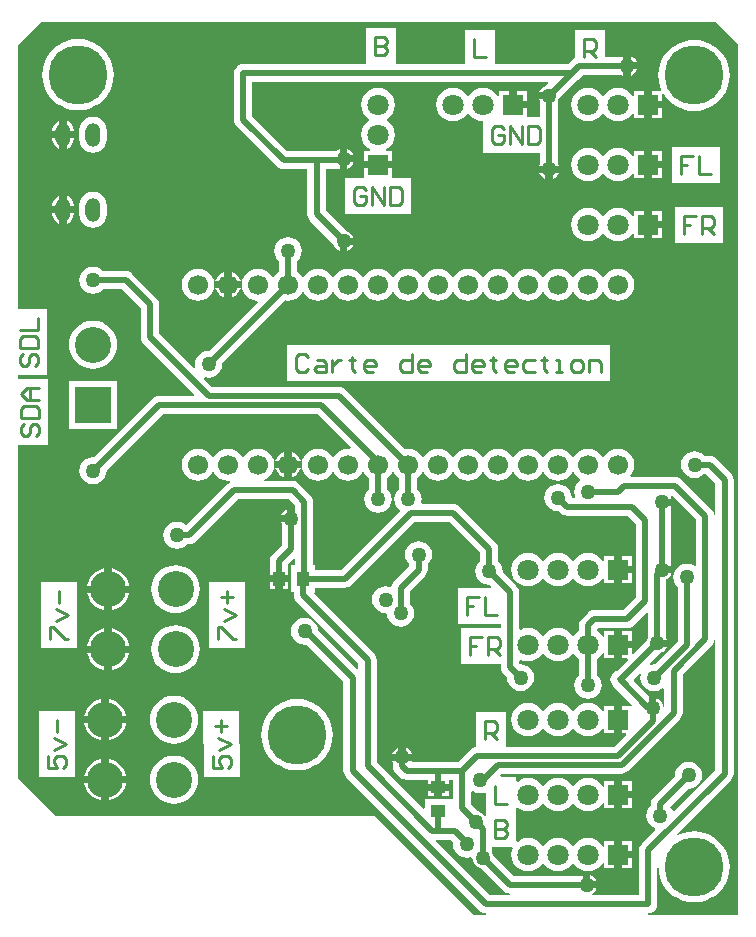
<source format=gtl>
G04 Layer_Physical_Order=1*
G04 Layer_Color=255*
%FSLAX24Y24*%
%MOIN*%
G70*
G01*
G75*
%ADD10R,0.0400X0.0500*%
%ADD11R,0.0500X0.0400*%
%ADD12C,0.0197*%
%ADD13C,0.0100*%
%ADD14C,0.1200*%
%ADD15C,0.1969*%
%ADD16C,0.0709*%
%ADD17R,0.0709X0.0709*%
%ADD18O,0.0500X0.0800*%
%ADD19R,0.0709X0.0709*%
%ADD20C,0.0669*%
%ADD21R,0.1200X0.1200*%
%ADD22C,0.0500*%
G36*
X18000Y40000D02*
Y11000D01*
X15011D01*
X15008Y11050D01*
X15078Y11059D01*
X15151Y11089D01*
X15213Y11137D01*
X15261Y11200D01*
X15291Y11272D01*
X15301Y11350D01*
Y12552D01*
X15351Y12554D01*
X15362Y12413D01*
X15406Y12231D01*
X15477Y12059D01*
X15574Y11900D01*
X15695Y11758D01*
X15837Y11637D01*
X15996Y11540D01*
X16168Y11469D01*
X16350Y11425D01*
X16535Y11411D01*
X16721Y11425D01*
X16903Y11469D01*
X17075Y11540D01*
X17234Y11637D01*
X17375Y11758D01*
X17496Y11900D01*
X17594Y12059D01*
X17665Y12231D01*
X17709Y12413D01*
X17723Y12598D01*
X17709Y12784D01*
X17665Y12966D01*
X17594Y13138D01*
X17496Y13297D01*
X17375Y13438D01*
X17234Y13559D01*
X17075Y13657D01*
X16903Y13728D01*
X16721Y13772D01*
X16535Y13786D01*
X16350Y13772D01*
X16168Y13728D01*
X16008Y13662D01*
X15980Y13704D01*
X17763Y15487D01*
X17811Y15549D01*
X17841Y15622D01*
X17851Y15700D01*
Y25500D01*
X17841Y25578D01*
X17811Y25650D01*
X17763Y25713D01*
X17263Y26213D01*
X17200Y26261D01*
X17128Y26291D01*
X17050Y26301D01*
X16886D01*
X16871Y26321D01*
X16777Y26393D01*
X16667Y26438D01*
X16550Y26454D01*
X16433Y26438D01*
X16323Y26393D01*
X16229Y26321D01*
X16157Y26227D01*
X16112Y26117D01*
X16096Y26000D01*
X16112Y25883D01*
X16157Y25773D01*
X16229Y25679D01*
X16323Y25607D01*
X16433Y25562D01*
X16550Y25546D01*
X16667Y25562D01*
X16777Y25607D01*
X16871Y25679D01*
X16879Y25690D01*
X16932Y25692D01*
X17249Y25375D01*
Y24318D01*
X17199Y24315D01*
X17191Y24378D01*
X17161Y24451D01*
X17113Y24513D01*
X16113Y25513D01*
X16050Y25561D01*
X15978Y25591D01*
X15900Y25601D01*
X14431D01*
X14406Y25651D01*
X14467Y25730D01*
X14521Y25860D01*
X14539Y26000D01*
X14521Y26140D01*
X14467Y26270D01*
X14381Y26381D01*
X14270Y26467D01*
X14140Y26521D01*
X14000Y26539D01*
X13860Y26521D01*
X13730Y26467D01*
X13619Y26381D01*
X13533Y26270D01*
X13525Y26250D01*
X13475D01*
X13467Y26270D01*
X13381Y26381D01*
X13270Y26467D01*
X13140Y26521D01*
X13000Y26539D01*
X12860Y26521D01*
X12730Y26467D01*
X12619Y26381D01*
X12533Y26270D01*
X12525Y26250D01*
X12475D01*
X12467Y26270D01*
X12381Y26381D01*
X12270Y26467D01*
X12140Y26521D01*
X12000Y26539D01*
X11860Y26521D01*
X11730Y26467D01*
X11619Y26381D01*
X11533Y26270D01*
X11525Y26250D01*
X11475D01*
X11467Y26270D01*
X11381Y26381D01*
X11270Y26467D01*
X11140Y26521D01*
X11000Y26539D01*
X10860Y26521D01*
X10730Y26467D01*
X10619Y26381D01*
X10533Y26270D01*
X10525Y26250D01*
X10475D01*
X10467Y26270D01*
X10381Y26381D01*
X10270Y26467D01*
X10140Y26521D01*
X10000Y26539D01*
X9860Y26521D01*
X9730Y26467D01*
X9619Y26381D01*
X9533Y26270D01*
X9525Y26250D01*
X9475D01*
X9467Y26270D01*
X9381Y26381D01*
X9270Y26467D01*
X9140Y26521D01*
X9000Y26539D01*
X8860Y26521D01*
X8730Y26467D01*
X8619Y26381D01*
X8533Y26270D01*
X8525Y26250D01*
X8475D01*
X8467Y26270D01*
X8381Y26381D01*
X8270Y26467D01*
X8140Y26521D01*
X8000Y26539D01*
X7860Y26521D01*
X7730Y26467D01*
X7619Y26381D01*
X7533Y26270D01*
X7525Y26250D01*
X7475D01*
X7467Y26270D01*
X7381Y26381D01*
X7270Y26467D01*
X7140Y26521D01*
X7000Y26539D01*
X6900Y26526D01*
X4916Y28510D01*
X4854Y28558D01*
X4781Y28588D01*
X4703Y28598D01*
X478D01*
X211Y28864D01*
X231Y28908D01*
X235Y28911D01*
X350Y28896D01*
X467Y28912D01*
X577Y28957D01*
X671Y29029D01*
X743Y29123D01*
X788Y29233D01*
X804Y29350D01*
X801Y29375D01*
X2900Y31474D01*
X3000Y31461D01*
X3140Y31479D01*
X3270Y31533D01*
X3381Y31619D01*
X3467Y31730D01*
X3475Y31750D01*
X3525D01*
X3533Y31730D01*
X3619Y31619D01*
X3730Y31533D01*
X3860Y31479D01*
X4000Y31461D01*
X4140Y31479D01*
X4270Y31533D01*
X4381Y31619D01*
X4467Y31730D01*
X4475Y31750D01*
X4525D01*
X4533Y31730D01*
X4619Y31619D01*
X4730Y31533D01*
X4860Y31479D01*
X5000Y31461D01*
X5140Y31479D01*
X5270Y31533D01*
X5381Y31619D01*
X5467Y31730D01*
X5475Y31750D01*
X5525D01*
X5533Y31730D01*
X5619Y31619D01*
X5730Y31533D01*
X5860Y31479D01*
X6000Y31461D01*
X6140Y31479D01*
X6270Y31533D01*
X6381Y31619D01*
X6467Y31730D01*
X6475Y31750D01*
X6525D01*
X6533Y31730D01*
X6619Y31619D01*
X6730Y31533D01*
X6860Y31479D01*
X7000Y31461D01*
X7140Y31479D01*
X7270Y31533D01*
X7381Y31619D01*
X7467Y31730D01*
X7475Y31750D01*
X7525D01*
X7533Y31730D01*
X7619Y31619D01*
X7730Y31533D01*
X7860Y31479D01*
X8000Y31461D01*
X8140Y31479D01*
X8270Y31533D01*
X8381Y31619D01*
X8467Y31730D01*
X8475Y31750D01*
X8525D01*
X8533Y31730D01*
X8619Y31619D01*
X8730Y31533D01*
X8860Y31479D01*
X9000Y31461D01*
X9140Y31479D01*
X9270Y31533D01*
X9381Y31619D01*
X9467Y31730D01*
X9475Y31750D01*
X9525D01*
X9533Y31730D01*
X9619Y31619D01*
X9730Y31533D01*
X9860Y31479D01*
X10000Y31461D01*
X10140Y31479D01*
X10270Y31533D01*
X10381Y31619D01*
X10467Y31730D01*
X10475Y31750D01*
X10525D01*
X10533Y31730D01*
X10619Y31619D01*
X10730Y31533D01*
X10860Y31479D01*
X11000Y31461D01*
X11140Y31479D01*
X11270Y31533D01*
X11381Y31619D01*
X11467Y31730D01*
X11475Y31750D01*
X11525D01*
X11533Y31730D01*
X11619Y31619D01*
X11730Y31533D01*
X11860Y31479D01*
X12000Y31461D01*
X12140Y31479D01*
X12270Y31533D01*
X12381Y31619D01*
X12467Y31730D01*
X12475Y31750D01*
X12525D01*
X12533Y31730D01*
X12619Y31619D01*
X12730Y31533D01*
X12860Y31479D01*
X13000Y31461D01*
X13140Y31479D01*
X13270Y31533D01*
X13381Y31619D01*
X13467Y31730D01*
X13475Y31750D01*
X13525D01*
X13533Y31730D01*
X13619Y31619D01*
X13730Y31533D01*
X13860Y31479D01*
X14000Y31461D01*
X14140Y31479D01*
X14270Y31533D01*
X14381Y31619D01*
X14467Y31730D01*
X14521Y31860D01*
X14539Y32000D01*
X14521Y32140D01*
X14467Y32270D01*
X14381Y32381D01*
X14270Y32467D01*
X14140Y32521D01*
X14000Y32539D01*
X13860Y32521D01*
X13730Y32467D01*
X13619Y32381D01*
X13533Y32270D01*
X13525Y32250D01*
X13475D01*
X13467Y32270D01*
X13381Y32381D01*
X13270Y32467D01*
X13140Y32521D01*
X13000Y32539D01*
X12860Y32521D01*
X12730Y32467D01*
X12619Y32381D01*
X12533Y32270D01*
X12525Y32250D01*
X12475D01*
X12467Y32270D01*
X12381Y32381D01*
X12270Y32467D01*
X12140Y32521D01*
X12000Y32539D01*
X11860Y32521D01*
X11730Y32467D01*
X11619Y32381D01*
X11533Y32270D01*
X11525Y32250D01*
X11475D01*
X11467Y32270D01*
X11381Y32381D01*
X11270Y32467D01*
X11140Y32521D01*
X11000Y32539D01*
X10860Y32521D01*
X10730Y32467D01*
X10619Y32381D01*
X10533Y32270D01*
X10525Y32250D01*
X10475D01*
X10467Y32270D01*
X10381Y32381D01*
X10270Y32467D01*
X10140Y32521D01*
X10000Y32539D01*
X9860Y32521D01*
X9730Y32467D01*
X9619Y32381D01*
X9533Y32270D01*
X9525Y32250D01*
X9475D01*
X9467Y32270D01*
X9381Y32381D01*
X9270Y32467D01*
X9140Y32521D01*
X9000Y32539D01*
X8860Y32521D01*
X8730Y32467D01*
X8619Y32381D01*
X8533Y32270D01*
X8525Y32250D01*
X8475D01*
X8467Y32270D01*
X8381Y32381D01*
X8270Y32467D01*
X8140Y32521D01*
X8000Y32539D01*
X7860Y32521D01*
X7730Y32467D01*
X7619Y32381D01*
X7533Y32270D01*
X7525Y32250D01*
X7475D01*
X7467Y32270D01*
X7381Y32381D01*
X7270Y32467D01*
X7140Y32521D01*
X7000Y32539D01*
X6860Y32521D01*
X6730Y32467D01*
X6619Y32381D01*
X6533Y32270D01*
X6525Y32250D01*
X6475D01*
X6467Y32270D01*
X6381Y32381D01*
X6270Y32467D01*
X6140Y32521D01*
X6000Y32539D01*
X5860Y32521D01*
X5730Y32467D01*
X5619Y32381D01*
X5533Y32270D01*
X5525Y32250D01*
X5475D01*
X5467Y32270D01*
X5381Y32381D01*
X5270Y32467D01*
X5140Y32521D01*
X5000Y32539D01*
X4860Y32521D01*
X4730Y32467D01*
X4619Y32381D01*
X4533Y32270D01*
X4525Y32250D01*
X4475D01*
X4467Y32270D01*
X4381Y32381D01*
X4270Y32467D01*
X4140Y32521D01*
X4000Y32539D01*
X3860Y32521D01*
X3730Y32467D01*
X3619Y32381D01*
X3533Y32270D01*
X3525Y32250D01*
X3475D01*
X3467Y32270D01*
X3381Y32381D01*
X3301Y32443D01*
Y32789D01*
X3321Y32804D01*
X3393Y32898D01*
X3438Y33008D01*
X3454Y33125D01*
X3438Y33242D01*
X3393Y33352D01*
X3321Y33446D01*
X3227Y33518D01*
X3117Y33563D01*
X3000Y33579D01*
X2883Y33563D01*
X2773Y33518D01*
X2679Y33446D01*
X2607Y33352D01*
X2562Y33242D01*
X2546Y33125D01*
X2562Y33008D01*
X2607Y32898D01*
X2679Y32804D01*
X2699Y32789D01*
Y32443D01*
X2619Y32381D01*
X2533Y32270D01*
X2525Y32250D01*
X2475D01*
X2467Y32270D01*
X2381Y32381D01*
X2270Y32467D01*
X2140Y32521D01*
X2000Y32539D01*
X1860Y32521D01*
X1730Y32467D01*
X1619Y32381D01*
X1533Y32270D01*
X1479Y32140D01*
X1475Y32107D01*
X1475D01*
X1461Y32000D01*
X1475Y31893D01*
X1475D01*
X1479Y31860D01*
X1533Y31730D01*
X1619Y31619D01*
X1730Y31533D01*
X1860Y31479D01*
X1969Y31465D01*
X1986Y31412D01*
X375Y29801D01*
X350Y29804D01*
X233Y29788D01*
X123Y29743D01*
X29Y29671D01*
X-43Y29577D01*
X-88Y29467D01*
X-104Y29350D01*
X-89Y29235D01*
X-92Y29231D01*
X-136Y29211D01*
X-1299Y30375D01*
Y31350D01*
X-1309Y31428D01*
X-1339Y31500D01*
X-1387Y31563D01*
X-2187Y32363D01*
X-2250Y32411D01*
X-2322Y32441D01*
X-2400Y32451D01*
X-3164D01*
X-3179Y32471D01*
X-3273Y32543D01*
X-3383Y32588D01*
X-3500Y32604D01*
X-3617Y32588D01*
X-3727Y32543D01*
X-3821Y32471D01*
X-3893Y32377D01*
X-3938Y32267D01*
X-3954Y32150D01*
X-3938Y32033D01*
X-3893Y31923D01*
X-3821Y31829D01*
X-3727Y31757D01*
X-3617Y31712D01*
X-3500Y31696D01*
X-3383Y31712D01*
X-3273Y31757D01*
X-3179Y31829D01*
X-3164Y31849D01*
X-2525D01*
X-1901Y31225D01*
Y30250D01*
X-1891Y30172D01*
X-1861Y30099D01*
X-1813Y30037D01*
X-123Y28347D01*
X-142Y28301D01*
X-1300D01*
X-1378Y28291D01*
X-1451Y28261D01*
X-1513Y28213D01*
X-3475Y26251D01*
X-3500Y26254D01*
X-3617Y26238D01*
X-3727Y26193D01*
X-3821Y26121D01*
X-3893Y26027D01*
X-3938Y25917D01*
X-3954Y25800D01*
X-3938Y25683D01*
X-3893Y25573D01*
X-3821Y25479D01*
X-3727Y25407D01*
X-3617Y25362D01*
X-3500Y25346D01*
X-3383Y25362D01*
X-3273Y25407D01*
X-3179Y25479D01*
X-3107Y25573D01*
X-3062Y25683D01*
X-3046Y25800D01*
X-3049Y25825D01*
X-1175Y27699D01*
X3975D01*
X5097Y26577D01*
X5074Y26530D01*
X5000Y26539D01*
X4860Y26521D01*
X4730Y26467D01*
X4619Y26381D01*
X4533Y26270D01*
X4525Y26250D01*
X4475D01*
X4467Y26270D01*
X4381Y26381D01*
X4270Y26467D01*
X4140Y26521D01*
X4000Y26539D01*
X3860Y26521D01*
X3730Y26467D01*
X3619Y26381D01*
X3533Y26270D01*
X3479Y26140D01*
X3475Y26107D01*
X3475D01*
X3461Y26000D01*
X3475Y25893D01*
X3475D01*
X3479Y25860D01*
X3533Y25730D01*
X3619Y25619D01*
X3730Y25533D01*
X3860Y25479D01*
X4000Y25461D01*
X4140Y25479D01*
X4270Y25533D01*
X4381Y25619D01*
X4467Y25730D01*
X4475Y25750D01*
X4525D01*
X4533Y25730D01*
X4619Y25619D01*
X4730Y25533D01*
X4860Y25479D01*
X5000Y25461D01*
X5140Y25479D01*
X5270Y25533D01*
X5381Y25619D01*
X5467Y25730D01*
X5475Y25750D01*
X5525D01*
X5533Y25730D01*
X5619Y25619D01*
X5699Y25557D01*
Y25186D01*
X5679Y25171D01*
X5607Y25077D01*
X5562Y24967D01*
X5546Y24850D01*
X5562Y24733D01*
X5607Y24623D01*
X5679Y24529D01*
X5773Y24457D01*
X5883Y24412D01*
X6000Y24396D01*
X6117Y24412D01*
X6227Y24457D01*
X6321Y24529D01*
X6393Y24623D01*
X6438Y24733D01*
X6454Y24850D01*
X6438Y24967D01*
X6393Y25077D01*
X6321Y25171D01*
X6301Y25186D01*
Y25557D01*
X6381Y25619D01*
X6467Y25730D01*
X6475Y25750D01*
X6525D01*
X6533Y25730D01*
X6619Y25619D01*
X6699Y25557D01*
Y25186D01*
X6679Y25171D01*
X6607Y25077D01*
X6562Y24967D01*
X6546Y24850D01*
X6562Y24733D01*
X6607Y24623D01*
X6679Y24529D01*
X6719Y24498D01*
X6723Y24448D01*
X4775Y22501D01*
X3900D01*
Y22650D01*
X3849D01*
Y24752D01*
X3839Y24829D01*
X3809Y24902D01*
X3761Y24964D01*
X3363Y25363D01*
X3300Y25411D01*
X3228Y25441D01*
X3150Y25451D01*
X2202D01*
X2192Y25501D01*
X2270Y25533D01*
X2381Y25619D01*
X2467Y25730D01*
X2521Y25860D01*
X2525Y25893D01*
X2525D01*
X2539Y26000D01*
X2525Y26107D01*
X2525D01*
X2521Y26140D01*
X2467Y26270D01*
X2381Y26381D01*
X2270Y26467D01*
X2140Y26521D01*
X2000Y26539D01*
X1860Y26521D01*
X1730Y26467D01*
X1619Y26381D01*
X1533Y26270D01*
X1525Y26250D01*
X1475D01*
X1467Y26270D01*
X1381Y26381D01*
X1270Y26467D01*
X1140Y26521D01*
X1000Y26539D01*
X860Y26521D01*
X730Y26467D01*
X619Y26381D01*
X533Y26270D01*
X525Y26250D01*
X475D01*
X467Y26270D01*
X381Y26381D01*
X270Y26467D01*
X140Y26521D01*
X0Y26539D01*
X-140Y26521D01*
X-270Y26467D01*
X-381Y26381D01*
X-467Y26270D01*
X-521Y26140D01*
X-539Y26000D01*
X-521Y25860D01*
X-467Y25730D01*
X-381Y25619D01*
X-270Y25533D01*
X-140Y25479D01*
X0Y25461D01*
X140Y25479D01*
X270Y25533D01*
X381Y25619D01*
X467Y25730D01*
X475Y25750D01*
X525D01*
X533Y25730D01*
X619Y25619D01*
X730Y25533D01*
X860Y25479D01*
X1000Y25461D01*
X1058Y25468D01*
X1071Y25420D01*
X1050Y25411D01*
X987Y25363D01*
X-394Y23982D01*
X-473Y24043D01*
X-583Y24088D01*
X-700Y24104D01*
X-817Y24088D01*
X-927Y24043D01*
X-1021Y23971D01*
X-1093Y23877D01*
X-1138Y23767D01*
X-1154Y23650D01*
X-1138Y23533D01*
X-1093Y23423D01*
X-1021Y23329D01*
X-927Y23257D01*
X-817Y23212D01*
X-700Y23196D01*
X-583Y23212D01*
X-473Y23257D01*
X-379Y23329D01*
X-364Y23349D01*
X-300D01*
X-222Y23359D01*
X-149Y23389D01*
X-87Y23437D01*
X1325Y24849D01*
X3025D01*
X3247Y24627D01*
Y24563D01*
X3220Y24544D01*
Y24200D01*
X3100D01*
Y24080D01*
X2771D01*
X2794Y24023D01*
X2799Y24017D01*
Y23325D01*
X2487Y23013D01*
X2439Y22950D01*
X2409Y22878D01*
X2399Y22800D01*
Y22320D01*
X3001D01*
Y22675D01*
X3201Y22876D01*
X3247Y22856D01*
Y22650D01*
X3100D01*
Y21750D01*
X3199D01*
Y21650D01*
X3209Y21572D01*
X3239Y21500D01*
X3287Y21437D01*
X5349Y19375D01*
Y19192D01*
X5303Y19173D01*
X4001Y20475D01*
X3988Y20567D01*
X3943Y20677D01*
X3871Y20771D01*
X3777Y20843D01*
X3667Y20888D01*
X3550Y20904D01*
X3433Y20888D01*
X3323Y20843D01*
X3229Y20771D01*
X3157Y20677D01*
X3112Y20567D01*
X3096Y20450D01*
X3112Y20333D01*
X3157Y20223D01*
X3229Y20129D01*
X3323Y20057D01*
X3433Y20012D01*
X3550Y19996D01*
X3619Y20005D01*
X4849Y18775D01*
Y15800D01*
X4859Y15722D01*
X4889Y15649D01*
X4937Y15587D01*
X9387Y11137D01*
X9449Y11089D01*
X9522Y11059D01*
X9592Y11050D01*
X9589Y11000D01*
X9200D01*
X5900Y14300D01*
X-4750D01*
X-6000Y15550D01*
Y26650D01*
X-5000D01*
Y28849D01*
X-6000D01*
Y29000D01*
X-5050D01*
Y31199D01*
X-6000D01*
Y40000D01*
X-5250Y40750D01*
X17250D01*
X18000Y40000D01*
D02*
G37*
G36*
X17249Y20162D02*
Y15825D01*
X15878Y14453D01*
X15819Y14465D01*
X15793Y14527D01*
X15732Y14606D01*
X16325Y15199D01*
X16350Y15196D01*
X16467Y15212D01*
X16577Y15257D01*
X16671Y15329D01*
X16743Y15423D01*
X16788Y15533D01*
X16804Y15650D01*
X16788Y15767D01*
X16743Y15877D01*
X16671Y15971D01*
X16577Y16043D01*
X16467Y16088D01*
X16350Y16104D01*
X16233Y16088D01*
X16123Y16043D01*
X16029Y15971D01*
X15957Y15877D01*
X15912Y15767D01*
X15896Y15650D01*
X15899Y15625D01*
X15187Y14913D01*
X15139Y14850D01*
X15109Y14778D01*
X15099Y14700D01*
Y14636D01*
X15079Y14621D01*
X15007Y14527D01*
X14962Y14417D01*
X14946Y14300D01*
X14962Y14183D01*
X15007Y14073D01*
X15079Y13979D01*
X15173Y13907D01*
X15235Y13881D01*
X15247Y13822D01*
X14787Y13363D01*
X14739Y13300D01*
X14709Y13228D01*
X14699Y13150D01*
Y11651D01*
X13149D01*
X13141Y11666D01*
X13135Y11701D01*
X13200Y11750D01*
X13256Y11823D01*
X13279Y11880D01*
X12950D01*
Y12000D01*
X12830D01*
Y12329D01*
X12773Y12306D01*
X12767Y12301D01*
X10525D01*
X9842Y12984D01*
X9841Y12991D01*
X9806Y13077D01*
X9801Y13083D01*
Y13250D01*
X10459D01*
X10486Y13208D01*
X10460Y13145D01*
X10441Y13000D01*
X10460Y12855D01*
X10516Y12720D01*
X10605Y12605D01*
X10720Y12516D01*
X10855Y12460D01*
X11000Y12441D01*
X11145Y12460D01*
X11280Y12516D01*
X11395Y12605D01*
X11470Y12701D01*
X11478Y12705D01*
X11522D01*
X11530Y12701D01*
X11605Y12605D01*
X11720Y12516D01*
X11855Y12460D01*
X12000Y12441D01*
X12145Y12460D01*
X12280Y12516D01*
X12395Y12605D01*
X12470Y12701D01*
X12478Y12705D01*
X12522D01*
X12530Y12701D01*
X12605Y12605D01*
X12720Y12516D01*
X12855Y12460D01*
X13000Y12441D01*
X13145Y12460D01*
X13280Y12516D01*
X13395Y12605D01*
X13484Y12720D01*
X13496Y12748D01*
X13546Y12738D01*
Y12546D01*
X13880D01*
Y13000D01*
Y13454D01*
X13546D01*
Y13262D01*
X13496Y13252D01*
X13484Y13280D01*
X13395Y13395D01*
X13280Y13484D01*
X13145Y13540D01*
X13000Y13559D01*
X12855Y13540D01*
X12720Y13484D01*
X12605Y13395D01*
X12530Y13299D01*
X12522Y13295D01*
X12478D01*
X12470Y13299D01*
X12395Y13395D01*
X12280Y13484D01*
X12145Y13540D01*
X12000Y13559D01*
X11855Y13540D01*
X11720Y13484D01*
X11605Y13395D01*
X11530Y13299D01*
X11522Y13295D01*
X11478D01*
X11470Y13299D01*
X11395Y13395D01*
X11280Y13484D01*
X11145Y13540D01*
X11000Y13559D01*
X10855Y13540D01*
X10720Y13484D01*
X10650Y13430D01*
X10600Y13455D01*
Y14400D01*
Y14545D01*
X10650Y14570D01*
X10720Y14516D01*
X10855Y14460D01*
X11000Y14441D01*
X11145Y14460D01*
X11280Y14516D01*
X11395Y14605D01*
X11470Y14701D01*
X11478Y14705D01*
X11522D01*
X11530Y14701D01*
X11605Y14605D01*
X11720Y14516D01*
X11855Y14460D01*
X12000Y14441D01*
X12145Y14460D01*
X12280Y14516D01*
X12395Y14605D01*
X12470Y14701D01*
X12478Y14705D01*
X12522D01*
X12530Y14701D01*
X12605Y14605D01*
X12720Y14516D01*
X12855Y14460D01*
X13000Y14441D01*
X13145Y14460D01*
X13280Y14516D01*
X13395Y14605D01*
X13484Y14720D01*
X13496Y14748D01*
X13546Y14738D01*
Y14546D01*
X13880D01*
Y15000D01*
Y15454D01*
X13546D01*
Y15262D01*
X13496Y15252D01*
X13484Y15280D01*
X13395Y15395D01*
X13280Y15484D01*
X13145Y15540D01*
X13000Y15559D01*
X12855Y15540D01*
X12720Y15484D01*
X12605Y15395D01*
X12530Y15299D01*
X12522Y15295D01*
X12478D01*
X12470Y15299D01*
X12395Y15395D01*
X12280Y15484D01*
X12145Y15540D01*
X12000Y15559D01*
X11855Y15540D01*
X11720Y15484D01*
X11605Y15395D01*
X11530Y15299D01*
X11522Y15295D01*
X11478D01*
X11470Y15299D01*
X11395Y15395D01*
X11280Y15484D01*
X11145Y15540D01*
X11000Y15559D01*
X10855Y15540D01*
X10720Y15484D01*
X10650Y15430D01*
X10600Y15455D01*
Y15600D01*
X10091D01*
X10072Y15646D01*
X10128Y15702D01*
X14123D01*
X14201Y15712D01*
X14273Y15742D01*
X14336Y15790D01*
X16063Y17517D01*
X16111Y17580D01*
X16141Y17652D01*
X16151Y17730D01*
Y19006D01*
X17113Y19967D01*
X17161Y20030D01*
X17191Y20102D01*
X17199Y20165D01*
X17249Y20162D01*
D02*
G37*
G36*
X14758Y19019D02*
X14761Y19015D01*
X14746Y18900D01*
X14762Y18783D01*
X14807Y18673D01*
X14879Y18579D01*
X14973Y18507D01*
X15083Y18462D01*
X15200Y18446D01*
X15317Y18462D01*
X15427Y18507D01*
X15499Y18562D01*
X15549Y18538D01*
Y17934D01*
X15499Y17931D01*
X15491Y17991D01*
X15456Y18077D01*
X15400Y18150D01*
X15327Y18206D01*
X15270Y18229D01*
Y17900D01*
X15030D01*
Y18296D01*
X14526Y18800D01*
Y18850D01*
X14714Y19039D01*
X14758Y19019D01*
D02*
G37*
G36*
X9399Y23075D02*
Y22786D01*
X9379Y22771D01*
X9307Y22677D01*
X9262Y22567D01*
X9246Y22450D01*
X9262Y22333D01*
X9307Y22223D01*
X9379Y22129D01*
X9473Y22057D01*
X9583Y22012D01*
X9700Y21996D01*
X9725Y21999D01*
X9778Y21946D01*
X9759Y21900D01*
X8650D01*
Y20700D01*
X10099D01*
Y20550D01*
X8750D01*
Y19350D01*
X10099D01*
Y19250D01*
X10109Y19172D01*
X10139Y19100D01*
X10187Y19037D01*
X10299Y18925D01*
X10296Y18900D01*
X10312Y18783D01*
X10357Y18673D01*
X10429Y18579D01*
X10523Y18507D01*
X10633Y18462D01*
X10750Y18446D01*
X10867Y18462D01*
X10977Y18507D01*
X11071Y18579D01*
X11143Y18673D01*
X11188Y18783D01*
X11204Y18900D01*
X11188Y19017D01*
X11143Y19127D01*
X11071Y19221D01*
X10977Y19293D01*
X10867Y19338D01*
X10750Y19354D01*
X10742Y19353D01*
X10701Y19390D01*
Y19470D01*
X10751Y19503D01*
X10855Y19460D01*
X11000Y19441D01*
X11145Y19460D01*
X11280Y19516D01*
X11395Y19605D01*
X11470Y19701D01*
X11478Y19705D01*
X11522D01*
X11530Y19701D01*
X11605Y19605D01*
X11720Y19516D01*
X11855Y19460D01*
X12000Y19441D01*
X12145Y19460D01*
X12280Y19516D01*
X12395Y19605D01*
X12470Y19701D01*
X12478Y19705D01*
X12522D01*
X12530Y19701D01*
X12605Y19605D01*
X12699Y19532D01*
Y18986D01*
X12679Y18971D01*
X12607Y18877D01*
X12562Y18767D01*
X12546Y18650D01*
X12562Y18533D01*
X12607Y18423D01*
X12679Y18329D01*
X12773Y18257D01*
X12883Y18212D01*
X13000Y18196D01*
X13117Y18212D01*
X13227Y18257D01*
X13321Y18329D01*
X13393Y18423D01*
X13438Y18533D01*
X13454Y18650D01*
X13438Y18767D01*
X13393Y18877D01*
X13321Y18971D01*
X13301Y18986D01*
Y19532D01*
X13395Y19605D01*
X13484Y19720D01*
X13496Y19748D01*
X13546Y19738D01*
Y19546D01*
X13880D01*
Y20000D01*
Y20454D01*
X13546D01*
Y20262D01*
X13496Y20252D01*
X13484Y20280D01*
X13395Y20395D01*
X13301Y20468D01*
Y20525D01*
X13325Y20549D01*
X14300D01*
X14378Y20559D01*
X14451Y20589D01*
X14513Y20637D01*
X14953Y21077D01*
X14999Y21058D01*
Y20233D01*
X14994Y20227D01*
X14959Y20141D01*
X14958Y20134D01*
X14501Y19676D01*
X14454Y19695D01*
Y19880D01*
X14120D01*
Y19546D01*
X14305D01*
X14324Y19499D01*
X13960Y19136D01*
X13900Y19111D01*
X13837Y19063D01*
X13789Y19001D01*
X13759Y18928D01*
X13749Y18850D01*
X13759Y18772D01*
X13789Y18700D01*
X13837Y18637D01*
X14481Y17993D01*
X14449Y17954D01*
X14120D01*
Y17500D01*
Y17046D01*
X14255D01*
X14274Y16999D01*
X13875Y16601D01*
X10250D01*
Y17750D01*
X9250D01*
Y16594D01*
X9222Y16591D01*
X9150Y16561D01*
X9087Y16513D01*
X8675Y16101D01*
X7162D01*
X7143Y16130D01*
X6471D01*
X6494Y16073D01*
X6499Y16067D01*
Y15950D01*
X6509Y15872D01*
X6539Y15799D01*
X6587Y15737D01*
X6737Y15587D01*
X6799Y15539D01*
X6872Y15509D01*
X6950Y15499D01*
X7650D01*
Y15370D01*
X8350D01*
Y15499D01*
X8499D01*
Y14852D01*
X8450Y14850D01*
X8450Y14850D01*
X8450Y14850D01*
X7550D01*
Y14541D01*
X7504Y14522D01*
X5951Y16075D01*
Y19500D01*
X5941Y19578D01*
X5911Y19650D01*
X5863Y19713D01*
X3872Y21704D01*
X3891Y21750D01*
X3900D01*
Y21899D01*
X4900D01*
X4978Y21909D01*
X5051Y21939D01*
X5113Y21987D01*
X7225Y24099D01*
X8375D01*
X9399Y23075D01*
D02*
G37*
G36*
X9173Y15107D02*
X9283Y15062D01*
X9400Y15046D01*
X9517Y15062D01*
X9558Y15079D01*
X9600Y15051D01*
Y14400D01*
Y14298D01*
X9578Y14287D01*
X9550Y14284D01*
X9500Y14350D01*
X9427Y14406D01*
X9341Y14441D01*
X9334Y14442D01*
X9101Y14675D01*
Y15106D01*
X9146Y15128D01*
X9173Y15107D01*
D02*
G37*
G36*
X16599Y24175D02*
Y22644D01*
X16554Y22622D01*
X16527Y22643D01*
X16417Y22688D01*
X16300Y22704D01*
X16183Y22688D01*
X16073Y22643D01*
X15979Y22571D01*
X15907Y22477D01*
X15862Y22367D01*
X15846Y22250D01*
X15862Y22133D01*
X15907Y22023D01*
X15979Y21929D01*
X15999Y21914D01*
Y20125D01*
X15225Y19351D01*
X15200Y19354D01*
X15085Y19339D01*
X15081Y19342D01*
X15061Y19386D01*
X15384Y19708D01*
X15391Y19709D01*
X15477Y19744D01*
X15550Y19800D01*
X15606Y19873D01*
X15629Y19930D01*
X15300D01*
Y20170D01*
X15629D01*
X15606Y20227D01*
X15601Y20233D01*
Y22184D01*
X15627Y22194D01*
X15700Y22250D01*
X15756Y22323D01*
X15779Y22380D01*
X15450D01*
Y22620D01*
X15779D01*
X15756Y22677D01*
X15751Y22683D01*
Y24567D01*
X15756Y24573D01*
X15779Y24630D01*
X15450D01*
Y24870D01*
X15779D01*
X15760Y24917D01*
X15770Y24950D01*
X15784Y24972D01*
X15800Y24974D01*
X16599Y24175D01*
D02*
G37*
G36*
X12533Y25730D02*
X12619Y25619D01*
X12730Y25533D01*
X12739Y25530D01*
X12746Y25472D01*
X12679Y25421D01*
X12607Y25327D01*
X12562Y25217D01*
X12546Y25100D01*
X12562Y24983D01*
X12578Y24943D01*
X12550Y24901D01*
X12454D01*
X12438Y25017D01*
X12393Y25127D01*
X12321Y25221D01*
X12227Y25293D01*
X12117Y25338D01*
X12000Y25354D01*
X11883Y25338D01*
X11773Y25293D01*
X11679Y25221D01*
X11607Y25127D01*
X11562Y25017D01*
X11546Y24900D01*
X11562Y24783D01*
X11607Y24673D01*
X11679Y24579D01*
X11773Y24507D01*
X11883Y24462D01*
X12000Y24446D01*
X12025Y24449D01*
X12087Y24387D01*
X12149Y24339D01*
X12222Y24309D01*
X12300Y24299D01*
X14325D01*
X14599Y24025D01*
Y21575D01*
X14175Y21151D01*
X13200D01*
X13122Y21141D01*
X13049Y21111D01*
X12987Y21063D01*
X12787Y20863D01*
X12739Y20800D01*
X12709Y20728D01*
X12699Y20650D01*
Y20468D01*
X12605Y20395D01*
X12530Y20299D01*
X12522Y20295D01*
X12478D01*
X12470Y20299D01*
X12395Y20395D01*
X12280Y20484D01*
X12145Y20540D01*
X12000Y20559D01*
X11855Y20540D01*
X11720Y20484D01*
X11605Y20395D01*
X11530Y20299D01*
X11522Y20295D01*
X11478D01*
X11470Y20299D01*
X11395Y20395D01*
X11280Y20484D01*
X11145Y20540D01*
X11000Y20559D01*
X10855Y20540D01*
X10751Y20497D01*
X10701Y20530D01*
Y21750D01*
X10691Y21828D01*
X10661Y21900D01*
X10613Y21963D01*
X10151Y22425D01*
X10154Y22450D01*
X10138Y22567D01*
X10093Y22677D01*
X10021Y22771D01*
X10001Y22786D01*
Y23200D01*
X9991Y23278D01*
X9961Y23351D01*
X9913Y23413D01*
X8713Y24613D01*
X8651Y24661D01*
X8578Y24691D01*
X8500Y24701D01*
X7474D01*
X7441Y24751D01*
X7454Y24850D01*
X7438Y24967D01*
X7393Y25077D01*
X7321Y25171D01*
X7301Y25186D01*
Y25557D01*
X7381Y25619D01*
X7467Y25730D01*
X7475Y25750D01*
X7525D01*
X7533Y25730D01*
X7619Y25619D01*
X7730Y25533D01*
X7860Y25479D01*
X8000Y25461D01*
X8140Y25479D01*
X8270Y25533D01*
X8381Y25619D01*
X8467Y25730D01*
X8475Y25750D01*
X8525D01*
X8533Y25730D01*
X8619Y25619D01*
X8730Y25533D01*
X8860Y25479D01*
X9000Y25461D01*
X9140Y25479D01*
X9270Y25533D01*
X9381Y25619D01*
X9467Y25730D01*
X9475Y25750D01*
X9525D01*
X9533Y25730D01*
X9619Y25619D01*
X9730Y25533D01*
X9860Y25479D01*
X10000Y25461D01*
X10140Y25479D01*
X10270Y25533D01*
X10381Y25619D01*
X10467Y25730D01*
X10475Y25750D01*
X10525D01*
X10533Y25730D01*
X10619Y25619D01*
X10730Y25533D01*
X10860Y25479D01*
X11000Y25461D01*
X11140Y25479D01*
X11270Y25533D01*
X11381Y25619D01*
X11467Y25730D01*
X11475Y25750D01*
X11525D01*
X11533Y25730D01*
X11619Y25619D01*
X11730Y25533D01*
X11860Y25479D01*
X12000Y25461D01*
X12140Y25479D01*
X12270Y25533D01*
X12381Y25619D01*
X12467Y25730D01*
X12475Y25750D01*
X12525D01*
X12533Y25730D01*
D02*
G37*
G36*
X8505Y13419D02*
X8496Y13350D01*
X8512Y13233D01*
X8557Y13123D01*
X8629Y13029D01*
X8723Y12957D01*
X8833Y12912D01*
X8950Y12896D01*
X9067Y12912D01*
X9107Y12928D01*
X9148Y12891D01*
X9159Y12809D01*
X9194Y12723D01*
X9250Y12650D01*
X9323Y12594D01*
X9409Y12559D01*
X9416Y12558D01*
X10187Y11787D01*
X10250Y11739D01*
X10322Y11709D01*
X10385Y11701D01*
X10382Y11651D01*
X9725D01*
X7923Y13453D01*
X7942Y13499D01*
X8425D01*
X8505Y13419D01*
D02*
G37*
%LPC*%
G36*
X-3120Y20542D02*
X-3137Y20540D01*
X-3269Y20500D01*
X-3391Y20435D01*
X-3497Y20347D01*
X-3585Y20241D01*
X-3650Y20119D01*
X-3690Y19987D01*
X-3692Y19970D01*
X-3120D01*
Y20542D01*
D02*
G37*
G36*
X14454Y20454D02*
X14120D01*
Y20120D01*
X14454D01*
Y20454D01*
D02*
G37*
G36*
X-2880Y20542D02*
Y19970D01*
X-2308D01*
X-2310Y19987D01*
X-2350Y20119D01*
X-2415Y20241D01*
X-2503Y20347D01*
X-2609Y20435D01*
X-2731Y20500D01*
X-2863Y20540D01*
X-2880Y20542D01*
D02*
G37*
G36*
X1550Y22099D02*
X350D01*
Y19900D01*
X1550D01*
Y22099D01*
D02*
G37*
G36*
X-3120Y19730D02*
X-3692D01*
X-3690Y19713D01*
X-3650Y19581D01*
X-3585Y19459D01*
X-3497Y19353D01*
X-3391Y19265D01*
X-3269Y19200D01*
X-3137Y19160D01*
X-3120Y19158D01*
Y19730D01*
D02*
G37*
G36*
X-750Y20654D02*
X-907Y20638D01*
X-1058Y20593D01*
X-1197Y20518D01*
X-1318Y20418D01*
X-1418Y20297D01*
X-1493Y20158D01*
X-1538Y20007D01*
X-1554Y19850D01*
X-1538Y19693D01*
X-1493Y19542D01*
X-1418Y19403D01*
X-1318Y19282D01*
X-1197Y19182D01*
X-1058Y19107D01*
X-907Y19062D01*
X-750Y19046D01*
X-593Y19062D01*
X-442Y19107D01*
X-303Y19182D01*
X-182Y19282D01*
X-82Y19403D01*
X-7Y19542D01*
X38Y19693D01*
X54Y19850D01*
X38Y20007D01*
X-7Y20158D01*
X-82Y20297D01*
X-182Y20418D01*
X-303Y20518D01*
X-442Y20593D01*
X-593Y20638D01*
X-750Y20654D01*
D02*
G37*
G36*
X-4050Y22099D02*
X-5250D01*
Y19900D01*
X-4050D01*
Y22099D01*
D02*
G37*
G36*
X-2308Y19730D02*
X-2880D01*
Y19158D01*
X-2863Y19160D01*
X-2731Y19200D01*
X-2609Y19265D01*
X-2503Y19353D01*
X-2415Y19459D01*
X-2350Y19581D01*
X-2310Y19713D01*
X-2308Y19730D01*
D02*
G37*
G36*
X7350Y23454D02*
X7233Y23438D01*
X7123Y23393D01*
X7029Y23321D01*
X6957Y23227D01*
X6912Y23117D01*
X6896Y23000D01*
X6912Y22883D01*
X6957Y22773D01*
X7029Y22679D01*
X7040Y22671D01*
X7042Y22618D01*
X6537Y22113D01*
X6489Y22050D01*
X6459Y21978D01*
X6455Y21945D01*
X6412Y21920D01*
X6367Y21938D01*
X6250Y21954D01*
X6133Y21938D01*
X6023Y21893D01*
X5929Y21821D01*
X5857Y21727D01*
X5812Y21617D01*
X5796Y21500D01*
X5812Y21383D01*
X5857Y21273D01*
X5929Y21179D01*
X6023Y21107D01*
X6133Y21062D01*
X6250Y21046D01*
X6302Y21003D01*
X6312Y20933D01*
X6357Y20823D01*
X6429Y20729D01*
X6523Y20657D01*
X6633Y20612D01*
X6750Y20596D01*
X6867Y20612D01*
X6977Y20657D01*
X7071Y20729D01*
X7143Y20823D01*
X7188Y20933D01*
X7204Y21050D01*
X7188Y21167D01*
X7143Y21277D01*
X7071Y21371D01*
X7051Y21386D01*
Y21775D01*
X7563Y22287D01*
X7611Y22350D01*
X7641Y22422D01*
X7651Y22500D01*
Y22664D01*
X7671Y22679D01*
X7743Y22773D01*
X7788Y22883D01*
X7804Y23000D01*
X7788Y23117D01*
X7743Y23227D01*
X7671Y23321D01*
X7577Y23393D01*
X7467Y23438D01*
X7350Y23454D01*
D02*
G37*
G36*
X3000Y22080D02*
X2820D01*
Y21850D01*
X3000D01*
Y22080D01*
D02*
G37*
G36*
X-3120Y22542D02*
X-3137Y22540D01*
X-3269Y22500D01*
X-3391Y22435D01*
X-3497Y22347D01*
X-3585Y22241D01*
X-3650Y22119D01*
X-3690Y21987D01*
X-3692Y21970D01*
X-3120D01*
Y22542D01*
D02*
G37*
G36*
X14454Y22380D02*
X14120D01*
Y22046D01*
X14454D01*
Y22380D01*
D02*
G37*
G36*
X-2880Y22542D02*
Y21970D01*
X-2308D01*
X-2310Y21987D01*
X-2350Y22119D01*
X-2415Y22241D01*
X-2503Y22347D01*
X-2609Y22435D01*
X-2731Y22500D01*
X-2863Y22540D01*
X-2880Y22542D01*
D02*
G37*
G36*
X-3120Y21730D02*
X-3692D01*
X-3690Y21713D01*
X-3650Y21581D01*
X-3585Y21459D01*
X-3497Y21353D01*
X-3391Y21265D01*
X-3269Y21200D01*
X-3137Y21160D01*
X-3120Y21158D01*
Y21730D01*
D02*
G37*
G36*
X-750Y22654D02*
X-907Y22638D01*
X-1058Y22593D01*
X-1197Y22518D01*
X-1318Y22418D01*
X-1418Y22297D01*
X-1493Y22158D01*
X-1538Y22007D01*
X-1554Y21850D01*
X-1538Y21693D01*
X-1493Y21542D01*
X-1418Y21403D01*
X-1318Y21282D01*
X-1197Y21182D01*
X-1058Y21107D01*
X-907Y21062D01*
X-750Y21046D01*
X-593Y21062D01*
X-442Y21107D01*
X-303Y21182D01*
X-182Y21282D01*
X-82Y21403D01*
X-7Y21542D01*
X38Y21693D01*
X54Y21850D01*
X38Y22007D01*
X-7Y22158D01*
X-82Y22297D01*
X-182Y22418D01*
X-303Y22518D01*
X-442Y22593D01*
X-593Y22638D01*
X-750Y22654D01*
D02*
G37*
G36*
X14454Y22954D02*
X14120D01*
Y22620D01*
X14454D01*
Y22954D01*
D02*
G37*
G36*
X2580Y22080D02*
X2400D01*
Y21850D01*
X2580D01*
Y22080D01*
D02*
G37*
G36*
X-2308Y21730D02*
X-2880D01*
Y21158D01*
X-2863Y21160D01*
X-2731Y21200D01*
X-2609Y21265D01*
X-2503Y21353D01*
X-2415Y21459D01*
X-2350Y21581D01*
X-2310Y21713D01*
X-2308Y21730D01*
D02*
G37*
G36*
X7880Y15130D02*
X7650D01*
Y14950D01*
X7880D01*
Y15130D01*
D02*
G37*
G36*
X-2408Y15380D02*
X-2980D01*
Y14808D01*
X-2963Y14810D01*
X-2831Y14850D01*
X-2709Y14915D01*
X-2603Y15003D01*
X-2515Y15109D01*
X-2450Y15231D01*
X-2410Y15363D01*
X-2408Y15380D01*
D02*
G37*
G36*
X8350Y15130D02*
X8120D01*
Y14950D01*
X8350D01*
Y15130D01*
D02*
G37*
G36*
X1365Y17805D02*
X166Y17783D01*
X206Y15584D01*
X1405Y15606D01*
X1365Y17805D01*
D02*
G37*
G36*
X14454Y15454D02*
X14120D01*
Y15120D01*
X14454D01*
Y15454D01*
D02*
G37*
G36*
X-3220Y15380D02*
X-3792D01*
X-3790Y15363D01*
X-3750Y15231D01*
X-3685Y15109D01*
X-3597Y15003D01*
X-3491Y14915D01*
X-3369Y14850D01*
X-3237Y14810D01*
X-3220Y14808D01*
Y15380D01*
D02*
G37*
G36*
X14454Y12880D02*
X14120D01*
Y12546D01*
X14454D01*
Y12880D01*
D02*
G37*
G36*
X13070Y12329D02*
Y12120D01*
X13279D01*
X13256Y12177D01*
X13200Y12250D01*
X13127Y12306D01*
X13070Y12329D01*
D02*
G37*
G36*
X14454Y13454D02*
X14120D01*
Y13120D01*
X14454D01*
Y13454D01*
D02*
G37*
G36*
X-800Y16304D02*
X-957Y16288D01*
X-1108Y16243D01*
X-1247Y16168D01*
X-1368Y16068D01*
X-1468Y15947D01*
X-1543Y15808D01*
X-1588Y15657D01*
X-1604Y15500D01*
X-1588Y15343D01*
X-1543Y15192D01*
X-1468Y15053D01*
X-1368Y14932D01*
X-1247Y14832D01*
X-1108Y14757D01*
X-957Y14712D01*
X-800Y14696D01*
X-643Y14712D01*
X-492Y14757D01*
X-353Y14832D01*
X-232Y14932D01*
X-132Y15053D01*
X-57Y15192D01*
X-12Y15343D01*
X4Y15500D01*
X-12Y15657D01*
X-57Y15808D01*
X-132Y15947D01*
X-232Y16068D01*
X-353Y16168D01*
X-492Y16243D01*
X-643Y16288D01*
X-800Y16304D01*
D02*
G37*
G36*
X14454Y14880D02*
X14120D01*
Y14546D01*
X14454D01*
Y14880D01*
D02*
G37*
G36*
X-4100Y17801D02*
X-5300D01*
Y15602D01*
X-4100D01*
Y17801D01*
D02*
G37*
G36*
X-2408Y17380D02*
X-2980D01*
Y16808D01*
X-2963Y16810D01*
X-2831Y16850D01*
X-2709Y16915D01*
X-2603Y17003D01*
X-2515Y17109D01*
X-2450Y17231D01*
X-2410Y17363D01*
X-2408Y17380D01*
D02*
G37*
G36*
X-3220D02*
X-3792D01*
X-3790Y17363D01*
X-3750Y17231D01*
X-3685Y17109D01*
X-3597Y17003D01*
X-3491Y16915D01*
X-3369Y16850D01*
X-3237Y16810D01*
X-3220Y16808D01*
Y17380D01*
D02*
G37*
G36*
Y18192D02*
X-3237Y18190D01*
X-3369Y18150D01*
X-3491Y18085D01*
X-3597Y17997D01*
X-3685Y17891D01*
X-3750Y17769D01*
X-3790Y17637D01*
X-3792Y17620D01*
X-3220D01*
Y18192D01*
D02*
G37*
G36*
X13000Y18059D02*
X12855Y18040D01*
X12720Y17984D01*
X12605Y17895D01*
X12530Y17799D01*
X12522Y17795D01*
X12478D01*
X12470Y17799D01*
X12395Y17895D01*
X12280Y17984D01*
X12145Y18040D01*
X12000Y18059D01*
X11855Y18040D01*
X11720Y17984D01*
X11605Y17895D01*
X11530Y17799D01*
X11522Y17795D01*
X11478D01*
X11470Y17799D01*
X11395Y17895D01*
X11280Y17984D01*
X11145Y18040D01*
X11000Y18059D01*
X10855Y18040D01*
X10720Y17984D01*
X10605Y17895D01*
X10516Y17780D01*
X10460Y17645D01*
X10441Y17500D01*
X10460Y17355D01*
X10516Y17220D01*
X10605Y17105D01*
X10720Y17016D01*
X10855Y16960D01*
X11000Y16941D01*
X11145Y16960D01*
X11280Y17016D01*
X11395Y17105D01*
X11470Y17201D01*
X11478Y17205D01*
X11522D01*
X11530Y17201D01*
X11605Y17105D01*
X11720Y17016D01*
X11855Y16960D01*
X12000Y16941D01*
X12145Y16960D01*
X12280Y17016D01*
X12395Y17105D01*
X12470Y17201D01*
X12478Y17205D01*
X12522D01*
X12530Y17201D01*
X12605Y17105D01*
X12720Y17016D01*
X12855Y16960D01*
X13000Y16941D01*
X13145Y16960D01*
X13280Y17016D01*
X13395Y17105D01*
X13484Y17220D01*
X13496Y17248D01*
X13546Y17238D01*
Y17046D01*
X13880D01*
Y17500D01*
Y17954D01*
X13546D01*
Y17762D01*
X13496Y17752D01*
X13484Y17780D01*
X13395Y17895D01*
X13280Y17984D01*
X13145Y18040D01*
X13000Y18059D01*
D02*
G37*
G36*
X-2980Y18192D02*
Y17620D01*
X-2408D01*
X-2410Y17637D01*
X-2450Y17769D01*
X-2515Y17891D01*
X-2603Y17997D01*
X-2709Y18085D01*
X-2831Y18150D01*
X-2963Y18190D01*
X-2980Y18192D01*
D02*
G37*
G36*
X-800Y18304D02*
X-957Y18288D01*
X-1108Y18243D01*
X-1247Y18168D01*
X-1368Y18068D01*
X-1468Y17947D01*
X-1543Y17808D01*
X-1588Y17657D01*
X-1604Y17500D01*
X-1588Y17343D01*
X-1543Y17192D01*
X-1468Y17053D01*
X-1368Y16932D01*
X-1247Y16832D01*
X-1108Y16757D01*
X-957Y16712D01*
X-800Y16696D01*
X-643Y16712D01*
X-492Y16757D01*
X-353Y16832D01*
X-232Y16932D01*
X-132Y17053D01*
X-57Y17192D01*
X-12Y17343D01*
X4Y17500D01*
X-12Y17657D01*
X-57Y17808D01*
X-132Y17947D01*
X-232Y18068D01*
X-353Y18168D01*
X-492Y18243D01*
X-643Y18288D01*
X-800Y18304D01*
D02*
G37*
G36*
X-2980Y16192D02*
Y15620D01*
X-2408D01*
X-2410Y15637D01*
X-2450Y15769D01*
X-2515Y15891D01*
X-2603Y15997D01*
X-2709Y16085D01*
X-2831Y16150D01*
X-2963Y16190D01*
X-2980Y16192D01*
D02*
G37*
G36*
X-3220D02*
X-3237Y16190D01*
X-3369Y16150D01*
X-3491Y16085D01*
X-3597Y15997D01*
X-3685Y15891D01*
X-3750Y15769D01*
X-3790Y15637D01*
X-3792Y15620D01*
X-3220D01*
Y16192D01*
D02*
G37*
G36*
X3300Y18188D02*
X3114Y18173D01*
X2933Y18130D01*
X2761Y18058D01*
X2602Y17961D01*
X2460Y17840D01*
X2339Y17698D01*
X2242Y17539D01*
X2170Y17367D01*
X2127Y17186D01*
X2112Y17000D01*
X2127Y16814D01*
X2170Y16633D01*
X2242Y16461D01*
X2339Y16302D01*
X2460Y16160D01*
X2602Y16039D01*
X2761Y15942D01*
X2933Y15870D01*
X3114Y15827D01*
X3300Y15812D01*
X3486Y15827D01*
X3667Y15870D01*
X3839Y15942D01*
X3998Y16039D01*
X4140Y16160D01*
X4261Y16302D01*
X4358Y16461D01*
X4430Y16633D01*
X4473Y16814D01*
X4488Y17000D01*
X4473Y17186D01*
X4430Y17367D01*
X4358Y17539D01*
X4261Y17698D01*
X4140Y17840D01*
X3998Y17961D01*
X3839Y18058D01*
X3667Y18130D01*
X3486Y18173D01*
X3300Y18188D01*
D02*
G37*
G36*
X6920Y16579D02*
Y16370D01*
X7129D01*
X7106Y16427D01*
X7050Y16500D01*
X6977Y16556D01*
X6920Y16579D01*
D02*
G37*
G36*
X6680D02*
X6623Y16556D01*
X6550Y16500D01*
X6494Y16427D01*
X6471Y16370D01*
X6680D01*
Y16579D01*
D02*
G37*
G36*
X15454Y36454D02*
X15120D01*
Y36120D01*
X15454D01*
Y36454D01*
D02*
G37*
G36*
X6000Y38559D02*
X5855Y38540D01*
X5720Y38484D01*
X5605Y38395D01*
X5516Y38280D01*
X5460Y38145D01*
X5441Y38000D01*
X5460Y37855D01*
X5516Y37720D01*
X5605Y37605D01*
X5701Y37530D01*
X5705Y37522D01*
Y37478D01*
X5701Y37470D01*
X5605Y37395D01*
X5516Y37280D01*
X5460Y37145D01*
X5441Y37000D01*
X5460Y36855D01*
X5516Y36720D01*
X5605Y36605D01*
X5720Y36516D01*
X5748Y36504D01*
X5738Y36454D01*
X5546D01*
Y36120D01*
X6454D01*
Y36454D01*
X6262D01*
X6252Y36504D01*
X6280Y36516D01*
X6395Y36605D01*
X6484Y36720D01*
X6540Y36855D01*
X6559Y37000D01*
X6540Y37145D01*
X6484Y37280D01*
X6395Y37395D01*
X6299Y37470D01*
X6295Y37478D01*
Y37522D01*
X6299Y37530D01*
X6395Y37605D01*
X6484Y37720D01*
X6540Y37855D01*
X6559Y38000D01*
X6540Y38145D01*
X6484Y38280D01*
X6395Y38395D01*
X6280Y38484D01*
X6145Y38540D01*
X6000Y38559D01*
D02*
G37*
G36*
X14000Y36559D02*
X13855Y36540D01*
X13720Y36484D01*
X13605Y36395D01*
X13530Y36299D01*
X13522Y36295D01*
X13478D01*
X13470Y36299D01*
X13395Y36395D01*
X13280Y36484D01*
X13145Y36540D01*
X13000Y36559D01*
X12855Y36540D01*
X12720Y36484D01*
X12605Y36395D01*
X12516Y36280D01*
X12460Y36145D01*
X12441Y36000D01*
X12460Y35855D01*
X12516Y35720D01*
X12605Y35605D01*
X12720Y35516D01*
X12855Y35460D01*
X13000Y35441D01*
X13145Y35460D01*
X13280Y35516D01*
X13395Y35605D01*
X13470Y35701D01*
X13478Y35705D01*
X13522D01*
X13530Y35701D01*
X13605Y35605D01*
X13720Y35516D01*
X13855Y35460D01*
X14000Y35441D01*
X14145Y35460D01*
X14280Y35516D01*
X14395Y35605D01*
X14484Y35720D01*
X14496Y35748D01*
X14546Y35738D01*
Y35546D01*
X14880D01*
Y36000D01*
Y36454D01*
X14546D01*
Y36262D01*
X14496Y36252D01*
X14484Y36280D01*
X14395Y36395D01*
X14280Y36484D01*
X14145Y36540D01*
X14000Y36559D01*
D02*
G37*
G36*
X-3500Y37604D02*
X-3617Y37588D01*
X-3727Y37543D01*
X-3821Y37471D01*
X-3893Y37377D01*
X-3938Y37267D01*
X-3954Y37150D01*
Y36850D01*
X-3938Y36733D01*
X-3893Y36623D01*
X-3821Y36529D01*
X-3727Y36457D01*
X-3617Y36412D01*
X-3500Y36396D01*
X-3383Y36412D01*
X-3273Y36457D01*
X-3179Y36529D01*
X-3107Y36623D01*
X-3062Y36733D01*
X-3046Y36850D01*
Y37150D01*
X-3062Y37267D01*
X-3107Y37377D01*
X-3179Y37471D01*
X-3273Y37543D01*
X-3383Y37588D01*
X-3500Y37604D01*
D02*
G37*
G36*
X4970Y36529D02*
Y36320D01*
X5179D01*
X5156Y36377D01*
X5100Y36450D01*
X5027Y36506D01*
X4970Y36529D01*
D02*
G37*
G36*
X5179Y36080D02*
X4970D01*
Y35871D01*
X5027Y35894D01*
X5100Y35950D01*
X5156Y36023D01*
X5179Y36080D01*
D02*
G37*
G36*
X17400Y36600D02*
X15800D01*
Y35400D01*
X17400D01*
Y36600D01*
D02*
G37*
G36*
X-4380Y34979D02*
Y34620D01*
X-4147D01*
Y34650D01*
X-4159Y34741D01*
X-4194Y34827D01*
X-4250Y34900D01*
X-4323Y34956D01*
X-4380Y34979D01*
D02*
G37*
G36*
X11580Y35730D02*
X11371D01*
X11394Y35673D01*
X11450Y35600D01*
X11523Y35544D01*
X11580Y35521D01*
Y35730D01*
D02*
G37*
G36*
X15454Y35880D02*
X15120D01*
Y35546D01*
X15454D01*
Y35880D01*
D02*
G37*
G36*
X12029Y35730D02*
X11820D01*
Y35521D01*
X11877Y35544D01*
X11950Y35600D01*
X12006Y35673D01*
X12029Y35730D01*
D02*
G37*
G36*
X-4620Y36880D02*
X-4853D01*
Y36850D01*
X-4841Y36759D01*
X-4806Y36673D01*
X-4750Y36600D01*
X-4677Y36544D01*
X-4620Y36521D01*
Y36880D01*
D02*
G37*
G36*
X14000Y38559D02*
X13855Y38540D01*
X13720Y38484D01*
X13605Y38395D01*
X13530Y38299D01*
X13522Y38295D01*
X13478D01*
X13470Y38299D01*
X13395Y38395D01*
X13280Y38484D01*
X13145Y38540D01*
X13000Y38559D01*
X12855Y38540D01*
X12720Y38484D01*
X12605Y38395D01*
X12516Y38280D01*
X12460Y38145D01*
X12441Y38000D01*
X12460Y37855D01*
X12516Y37720D01*
X12605Y37605D01*
X12720Y37516D01*
X12855Y37460D01*
X13000Y37441D01*
X13145Y37460D01*
X13280Y37516D01*
X13395Y37605D01*
X13470Y37701D01*
X13478Y37705D01*
X13522D01*
X13530Y37701D01*
X13605Y37605D01*
X13720Y37516D01*
X13855Y37460D01*
X14000Y37441D01*
X14145Y37460D01*
X14280Y37516D01*
X14395Y37605D01*
X14484Y37720D01*
X14496Y37748D01*
X14546Y37738D01*
Y37546D01*
X14880D01*
Y38000D01*
Y38454D01*
X14546D01*
Y38262D01*
X14496Y38252D01*
X14484Y38280D01*
X14395Y38395D01*
X14280Y38484D01*
X14145Y38540D01*
X14000Y38559D01*
D02*
G37*
G36*
X10954Y38454D02*
X10620D01*
Y38120D01*
X10954D01*
Y38454D01*
D02*
G37*
G36*
X6600Y40550D02*
X5600D01*
Y39351D01*
X1500D01*
X1422Y39341D01*
X1349Y39311D01*
X1287Y39263D01*
X1239Y39200D01*
X1209Y39128D01*
X1199Y39050D01*
Y37500D01*
X1209Y37422D01*
X1239Y37350D01*
X1287Y37287D01*
X2637Y35937D01*
X2700Y35889D01*
X2772Y35859D01*
X2850Y35849D01*
X3649D01*
Y34350D01*
X3659Y34272D01*
X3689Y34200D01*
X3737Y34137D01*
X4508Y33366D01*
X4509Y33359D01*
X4544Y33273D01*
X4600Y33200D01*
X4673Y33144D01*
X4730Y33121D01*
Y33450D01*
X4850D01*
Y33570D01*
X5179D01*
X5156Y33627D01*
X5100Y33700D01*
X5027Y33756D01*
X4941Y33791D01*
X4934Y33792D01*
X4251Y34475D01*
Y35849D01*
X4730D01*
Y36200D01*
Y36529D01*
X4673Y36506D01*
X4602Y36451D01*
X2975D01*
X1801Y37625D01*
Y38749D01*
X11658D01*
X11677Y38703D01*
X11616Y38642D01*
X11609Y38641D01*
X11523Y38606D01*
X11450Y38550D01*
X11394Y38477D01*
X11371Y38420D01*
X11700D01*
Y38180D01*
X11371D01*
X11394Y38123D01*
X11399Y38117D01*
Y37600D01*
X10954D01*
Y37880D01*
X10500D01*
Y38000D01*
X10380D01*
Y38454D01*
X10046D01*
Y38262D01*
X9996Y38252D01*
X9984Y38280D01*
X9895Y38395D01*
X9780Y38484D01*
X9645Y38540D01*
X9500Y38559D01*
X9355Y38540D01*
X9220Y38484D01*
X9105Y38395D01*
X9030Y38299D01*
X9022Y38295D01*
X8978D01*
X8970Y38299D01*
X8895Y38395D01*
X8780Y38484D01*
X8645Y38540D01*
X8500Y38559D01*
X8355Y38540D01*
X8220Y38484D01*
X8105Y38395D01*
X8016Y38280D01*
X7960Y38145D01*
X7941Y38000D01*
X7960Y37855D01*
X8016Y37720D01*
X8105Y37605D01*
X8220Y37516D01*
X8355Y37460D01*
X8500Y37441D01*
X8645Y37460D01*
X8780Y37516D01*
X8895Y37605D01*
X8970Y37701D01*
X8978Y37705D01*
X9022D01*
X9030Y37701D01*
X9105Y37605D01*
X9220Y37516D01*
X9355Y37460D01*
X9500Y37441D01*
Y36400D01*
X11399D01*
Y36033D01*
X11394Y36027D01*
X11371Y35970D01*
X12029D01*
X12006Y36027D01*
X12001Y36033D01*
Y38117D01*
X12006Y38123D01*
X12041Y38209D01*
X12042Y38216D01*
X12663Y38837D01*
X12825Y38999D01*
X14117D01*
X14123Y38994D01*
X14180Y38971D01*
Y39300D01*
Y39629D01*
X14123Y39606D01*
X14117Y39601D01*
X13550D01*
Y40500D01*
X12550D01*
Y39561D01*
X12550Y39561D01*
X12487Y39513D01*
X12325Y39351D01*
X9900D01*
Y40500D01*
X8900D01*
Y39351D01*
X6600D01*
Y40550D01*
D02*
G37*
G36*
X14420Y39629D02*
Y39420D01*
X14629D01*
X14606Y39477D01*
X14550Y39550D01*
X14477Y39606D01*
X14420Y39629D01*
D02*
G37*
G36*
X14629Y39180D02*
X14420D01*
Y38971D01*
X14477Y38994D01*
X14550Y39050D01*
X14606Y39123D01*
X14629Y39180D01*
D02*
G37*
G36*
X-4000Y40188D02*
X-4186Y40173D01*
X-4367Y40130D01*
X-4539Y40058D01*
X-4698Y39961D01*
X-4840Y39840D01*
X-4961Y39698D01*
X-5058Y39539D01*
X-5130Y39367D01*
X-5173Y39186D01*
X-5188Y39000D01*
X-5173Y38814D01*
X-5130Y38633D01*
X-5058Y38461D01*
X-4961Y38302D01*
X-4840Y38160D01*
X-4698Y38039D01*
X-4539Y37942D01*
X-4367Y37870D01*
X-4186Y37827D01*
X-4000Y37812D01*
X-3814Y37827D01*
X-3633Y37870D01*
X-3461Y37942D01*
X-3302Y38039D01*
X-3160Y38160D01*
X-3039Y38302D01*
X-2942Y38461D01*
X-2870Y38633D01*
X-2827Y38814D01*
X-2812Y39000D01*
X-2827Y39186D01*
X-2870Y39367D01*
X-2942Y39539D01*
X-3039Y39698D01*
X-3160Y39840D01*
X-3302Y39961D01*
X-3461Y40058D01*
X-3633Y40130D01*
X-3814Y40173D01*
X-4000Y40188D01*
D02*
G37*
G36*
X-4620Y37479D02*
X-4677Y37456D01*
X-4750Y37400D01*
X-4806Y37327D01*
X-4841Y37241D01*
X-4853Y37150D01*
Y37120D01*
X-4620D01*
Y37479D01*
D02*
G37*
G36*
X-4147Y36880D02*
X-4380D01*
Y36521D01*
X-4323Y36544D01*
X-4250Y36600D01*
X-4194Y36673D01*
X-4159Y36759D01*
X-4147Y36850D01*
Y36880D01*
D02*
G37*
G36*
X-4380Y37479D02*
Y37120D01*
X-4147D01*
Y37150D01*
X-4159Y37241D01*
X-4194Y37327D01*
X-4250Y37400D01*
X-4323Y37456D01*
X-4380Y37479D01*
D02*
G37*
G36*
X16535Y40164D02*
X16350Y40150D01*
X16168Y40106D01*
X15996Y40035D01*
X15837Y39937D01*
X15695Y39816D01*
X15574Y39675D01*
X15477Y39516D01*
X15406Y39343D01*
X15362Y39162D01*
X15348Y38976D01*
X15362Y38791D01*
X15406Y38609D01*
X15449Y38504D01*
X15416Y38454D01*
X15120D01*
Y38120D01*
X15454D01*
Y38378D01*
X15504Y38392D01*
X15574Y38278D01*
X15695Y38136D01*
X15837Y38015D01*
X15996Y37918D01*
X16168Y37847D01*
X16350Y37803D01*
X16535Y37788D01*
X16721Y37803D01*
X16903Y37847D01*
X17075Y37918D01*
X17234Y38015D01*
X17375Y38136D01*
X17496Y38278D01*
X17594Y38437D01*
X17665Y38609D01*
X17709Y38791D01*
X17723Y38976D01*
X17709Y39162D01*
X17665Y39343D01*
X17594Y39516D01*
X17496Y39675D01*
X17375Y39816D01*
X17234Y39937D01*
X17075Y40035D01*
X16903Y40106D01*
X16721Y40150D01*
X16535Y40164D01*
D02*
G37*
G36*
X15454Y37880D02*
X15120D01*
Y37546D01*
X15454D01*
Y37880D01*
D02*
G37*
G36*
X-4620Y34979D02*
X-4677Y34956D01*
X-4750Y34900D01*
X-4806Y34827D01*
X-4841Y34741D01*
X-4853Y34650D01*
Y34620D01*
X-4620D01*
Y34979D01*
D02*
G37*
G36*
X13747Y30000D02*
X2950D01*
Y28800D01*
X13747D01*
Y30000D01*
D02*
G37*
G36*
X-2700Y28800D02*
X-4300D01*
Y27200D01*
X-2700D01*
Y28800D01*
D02*
G37*
G36*
X-3500Y30804D02*
X-3657Y30788D01*
X-3808Y30743D01*
X-3947Y30668D01*
X-4068Y30568D01*
X-4168Y30447D01*
X-4243Y30308D01*
X-4288Y30157D01*
X-4304Y30000D01*
X-4288Y29843D01*
X-4243Y29692D01*
X-4168Y29553D01*
X-4068Y29432D01*
X-3947Y29332D01*
X-3808Y29257D01*
X-3657Y29212D01*
X-3500Y29196D01*
X-3343Y29212D01*
X-3192Y29257D01*
X-3053Y29332D01*
X-2932Y29432D01*
X-2832Y29553D01*
X-2757Y29692D01*
X-2712Y29843D01*
X-2696Y30000D01*
X-2712Y30157D01*
X-2757Y30308D01*
X-2832Y30447D01*
X-2932Y30568D01*
X-3053Y30668D01*
X-3192Y30743D01*
X-3343Y30788D01*
X-3500Y30804D01*
D02*
G37*
G36*
X1421Y31880D02*
X1120D01*
Y31579D01*
X1219Y31620D01*
X1310Y31690D01*
X1380Y31781D01*
X1421Y31880D01*
D02*
G37*
G36*
X880D02*
X579D01*
X620Y31781D01*
X690Y31690D01*
X781Y31620D01*
X880Y31579D01*
Y31880D01*
D02*
G37*
G36*
X3120Y26421D02*
Y26120D01*
X3421D01*
X3380Y26219D01*
X3310Y26310D01*
X3219Y26380D01*
X3120Y26421D01*
D02*
G37*
G36*
X2980Y24529D02*
X2923Y24506D01*
X2850Y24450D01*
X2794Y24377D01*
X2771Y24320D01*
X2980D01*
Y24529D01*
D02*
G37*
G36*
X13000Y23059D02*
X12855Y23040D01*
X12720Y22984D01*
X12605Y22895D01*
X12530Y22799D01*
X12522Y22795D01*
X12478D01*
X12470Y22799D01*
X12395Y22895D01*
X12280Y22984D01*
X12145Y23040D01*
X12000Y23059D01*
X11855Y23040D01*
X11720Y22984D01*
X11605Y22895D01*
X11530Y22799D01*
X11522Y22795D01*
X11478D01*
X11470Y22799D01*
X11395Y22895D01*
X11280Y22984D01*
X11145Y23040D01*
X11000Y23059D01*
X10855Y23040D01*
X10720Y22984D01*
X10605Y22895D01*
X10516Y22780D01*
X10460Y22645D01*
X10441Y22500D01*
X10460Y22355D01*
X10516Y22220D01*
X10605Y22105D01*
X10720Y22016D01*
X10855Y21960D01*
X11000Y21941D01*
X11145Y21960D01*
X11280Y22016D01*
X11395Y22105D01*
X11470Y22201D01*
X11478Y22205D01*
X11522D01*
X11530Y22201D01*
X11605Y22105D01*
X11720Y22016D01*
X11855Y21960D01*
X12000Y21941D01*
X12145Y21960D01*
X12280Y22016D01*
X12395Y22105D01*
X12470Y22201D01*
X12478Y22205D01*
X12522D01*
X12530Y22201D01*
X12605Y22105D01*
X12720Y22016D01*
X12855Y21960D01*
X13000Y21941D01*
X13145Y21960D01*
X13280Y22016D01*
X13395Y22105D01*
X13484Y22220D01*
X13496Y22248D01*
X13546Y22238D01*
Y22046D01*
X13880D01*
Y22500D01*
Y22954D01*
X13546D01*
Y22762D01*
X13496Y22752D01*
X13484Y22780D01*
X13395Y22895D01*
X13280Y22984D01*
X13145Y23040D01*
X13000Y23059D01*
D02*
G37*
G36*
X2880Y25880D02*
X2579D01*
X2620Y25781D01*
X2690Y25690D01*
X2781Y25620D01*
X2880Y25579D01*
Y25880D01*
D02*
G37*
G36*
Y26421D02*
X2781Y26380D01*
X2690Y26310D01*
X2620Y26219D01*
X2579Y26120D01*
X2880D01*
Y26421D01*
D02*
G37*
G36*
X3421Y25880D02*
X3120D01*
Y25579D01*
X3219Y25620D01*
X3310Y25690D01*
X3380Y25781D01*
X3421Y25880D01*
D02*
G37*
G36*
X0Y32539D02*
X-140Y32521D01*
X-270Y32467D01*
X-381Y32381D01*
X-467Y32270D01*
X-521Y32140D01*
X-539Y32000D01*
X-521Y31860D01*
X-467Y31730D01*
X-381Y31619D01*
X-270Y31533D01*
X-140Y31479D01*
X0Y31461D01*
X140Y31479D01*
X270Y31533D01*
X381Y31619D01*
X467Y31730D01*
X521Y31860D01*
X525Y31893D01*
X525D01*
X539Y32000D01*
X525Y32107D01*
X525D01*
X521Y32140D01*
X467Y32270D01*
X381Y32381D01*
X270Y32467D01*
X140Y32521D01*
X0Y32539D01*
D02*
G37*
G36*
X-4147Y34380D02*
X-4380D01*
Y34021D01*
X-4323Y34044D01*
X-4250Y34100D01*
X-4194Y34173D01*
X-4159Y34259D01*
X-4147Y34350D01*
Y34380D01*
D02*
G37*
G36*
X-4620D02*
X-4853D01*
Y34350D01*
X-4841Y34259D01*
X-4806Y34173D01*
X-4750Y34100D01*
X-4677Y34044D01*
X-4620Y34021D01*
Y34380D01*
D02*
G37*
G36*
X15454Y34454D02*
X15120D01*
Y34120D01*
X15454D01*
Y34454D01*
D02*
G37*
G36*
X6454Y35880D02*
X5546D01*
Y35550D01*
X4900D01*
Y34350D01*
X7099D01*
Y35550D01*
X6454D01*
Y35880D01*
D02*
G37*
G36*
X14000Y34559D02*
X13855Y34540D01*
X13720Y34484D01*
X13605Y34395D01*
X13530Y34299D01*
X13522Y34295D01*
X13478D01*
X13470Y34299D01*
X13395Y34395D01*
X13280Y34484D01*
X13145Y34540D01*
X13000Y34559D01*
X12855Y34540D01*
X12720Y34484D01*
X12605Y34395D01*
X12516Y34280D01*
X12460Y34145D01*
X12441Y34000D01*
X12460Y33855D01*
X12516Y33720D01*
X12605Y33605D01*
X12720Y33516D01*
X12855Y33460D01*
X13000Y33441D01*
X13145Y33460D01*
X13280Y33516D01*
X13395Y33605D01*
X13470Y33701D01*
X13478Y33705D01*
X13522D01*
X13530Y33701D01*
X13605Y33605D01*
X13720Y33516D01*
X13855Y33460D01*
X14000Y33441D01*
X14145Y33460D01*
X14280Y33516D01*
X14395Y33605D01*
X14484Y33720D01*
X14496Y33748D01*
X14546Y33738D01*
Y33546D01*
X14880D01*
Y34000D01*
Y34454D01*
X14546D01*
Y34262D01*
X14496Y34252D01*
X14484Y34280D01*
X14395Y34395D01*
X14280Y34484D01*
X14145Y34540D01*
X14000Y34559D01*
D02*
G37*
G36*
X-3500Y35104D02*
X-3617Y35088D01*
X-3727Y35043D01*
X-3821Y34971D01*
X-3893Y34877D01*
X-3938Y34767D01*
X-3954Y34650D01*
Y34350D01*
X-3938Y34233D01*
X-3893Y34123D01*
X-3821Y34029D01*
X-3727Y33957D01*
X-3617Y33912D01*
X-3500Y33896D01*
X-3383Y33912D01*
X-3273Y33957D01*
X-3179Y34029D01*
X-3107Y34123D01*
X-3062Y34233D01*
X-3046Y34350D01*
Y34650D01*
X-3062Y34767D01*
X-3107Y34877D01*
X-3179Y34971D01*
X-3273Y35043D01*
X-3383Y35088D01*
X-3500Y35104D01*
D02*
G37*
G36*
X1120Y32421D02*
Y32120D01*
X1421D01*
X1380Y32219D01*
X1310Y32310D01*
X1219Y32380D01*
X1120Y32421D01*
D02*
G37*
G36*
X880D02*
X781Y32380D01*
X690Y32310D01*
X620Y32219D01*
X579Y32120D01*
X880D01*
Y32421D01*
D02*
G37*
G36*
X5179Y33330D02*
X4970D01*
Y33121D01*
X5027Y33144D01*
X5100Y33200D01*
X5156Y33273D01*
X5179Y33330D01*
D02*
G37*
G36*
X15454Y33880D02*
X15120D01*
Y33546D01*
X15454D01*
Y33880D01*
D02*
G37*
G36*
X17500Y34600D02*
X15900D01*
Y33400D01*
X17500D01*
Y34600D01*
D02*
G37*
%LPD*%
G54D10*
X3500Y22200D02*
D03*
X2700D02*
D03*
G54D11*
X8000Y15250D02*
D03*
Y14450D02*
D03*
G54D12*
X3500Y20550D02*
X5150Y18900D01*
Y15800D02*
Y18900D01*
Y15800D02*
X9600Y11350D01*
X15000D01*
Y13150D01*
X17550Y15700D01*
Y25500D01*
X17050Y26000D02*
X17550Y25500D01*
X16550Y26000D02*
X17050D01*
X6750Y21050D02*
Y21900D01*
X7350Y22500D01*
Y23000D01*
X-3500Y32150D02*
X-2400D01*
X-1600Y31350D01*
Y30250D02*
Y31350D01*
Y30250D02*
X353Y28297D01*
X4703D01*
X7000Y26000D01*
Y24850D02*
Y26000D01*
X6000D02*
Y26100D01*
Y24850D02*
Y26000D01*
X-3500Y25800D02*
X-1300Y28000D01*
X4100D01*
X6000Y26100D01*
X14000Y25100D02*
X14200Y25300D01*
X13000Y25100D02*
X14000D01*
X14200Y25300D02*
X15900D01*
X16900Y24300D01*
Y20180D02*
Y24300D01*
X15850Y19130D02*
X16900Y20180D01*
X15850Y17730D02*
Y19130D01*
X14123Y16003D02*
X15850Y17730D01*
X10003Y16003D02*
X14123D01*
X9500Y15500D02*
X10003Y16003D01*
X9400Y15500D02*
X9500D01*
X13000Y20000D02*
Y20650D01*
Y18650D02*
Y20000D01*
Y20650D02*
X13200Y20850D01*
X14300D01*
X14900Y21450D01*
Y24150D01*
X14450Y24600D02*
X14900Y24150D01*
X12300Y24600D02*
X14450D01*
X12000Y24900D02*
X12300Y24600D01*
X7950Y15800D02*
X8800D01*
X6950D02*
X7950D01*
X8000Y15750D01*
Y15250D02*
Y15750D01*
Y13800D02*
X8550D01*
X7800D02*
X8000D01*
Y14450D01*
X1500Y39050D02*
X12450D01*
X15450Y22500D02*
Y24750D01*
X-700Y23650D02*
X-300D01*
X1200Y25150D02*
X3150D01*
X-300Y23650D02*
X1200Y25150D01*
X15300Y22350D02*
X15450Y22500D01*
X15300Y20050D02*
Y22350D01*
X14100Y18850D02*
X15300Y20050D01*
X14000Y16300D02*
X15150Y17450D01*
Y17900D01*
X15000D02*
X15150D01*
X14050Y18850D02*
X15000Y17900D01*
X14050Y18850D02*
X14100D01*
X9500Y12900D02*
X10400Y12000D01*
X12950D01*
X9250Y14100D02*
X9500Y13850D01*
Y12900D02*
Y13850D01*
X1500Y37500D02*
Y39050D01*
X4800Y36150D02*
X4850Y36200D01*
X3950Y36150D02*
X4800D01*
X2850D02*
X3950D01*
Y34350D02*
X4850Y33450D01*
X3950Y34350D02*
Y36150D01*
X1500Y37500D02*
X2850Y36150D01*
X12450Y39050D02*
X12700Y39300D01*
X11700Y38300D02*
X12450Y39050D01*
X12700Y39300D02*
X14300D01*
X11700Y35850D02*
Y38300D01*
X8800Y14550D02*
X9250Y14100D01*
X8800Y14550D02*
Y15800D01*
X3150Y25150D02*
X3548Y24752D01*
Y22248D02*
Y24752D01*
X3500Y22200D02*
X3548Y22248D01*
X3100Y23200D02*
Y24200D01*
X2700Y22800D02*
X3100Y23200D01*
X2700Y22200D02*
Y22800D01*
X3000Y32000D02*
Y33125D01*
X350Y29350D02*
X3000Y32000D01*
X15400Y14700D02*
X16350Y15650D01*
X15400Y14300D02*
Y14700D01*
X6800Y15950D02*
Y16250D01*
Y15950D02*
X6950Y15800D01*
X8800D02*
X9300Y16300D01*
X14000D01*
X16300Y20000D02*
Y22250D01*
X15200Y18900D02*
X16300Y20000D01*
X10400Y19250D02*
X10750Y18900D01*
X10400Y19250D02*
Y21750D01*
X9700Y22450D02*
X10400Y21750D01*
X9700Y22450D02*
Y23200D01*
X8500Y24400D02*
X9700Y23200D01*
X7100Y24400D02*
X8500D01*
X4900Y22200D02*
X7100Y24400D01*
X3500Y22200D02*
X4900D01*
X3500Y21650D02*
Y22200D01*
Y21650D02*
X5650Y19500D01*
Y15950D02*
Y19500D01*
Y15950D02*
X7800Y13800D01*
X8550D02*
X8900Y13450D01*
X8950D01*
G54D13*
X493Y16289D02*
X500Y15889D01*
X800Y15895D01*
X697Y16093D01*
X695Y16193D01*
X793Y16294D01*
X993Y16298D01*
X1095Y16200D01*
X1098Y16000D01*
X1000Y15898D01*
X689Y16492D02*
X1085Y16700D01*
X682Y16892D01*
X778Y17094D02*
X771Y17494D01*
X575Y17290D02*
X975Y17298D01*
X-5000Y16301D02*
Y15902D01*
X-4700D01*
X-4800Y16101D01*
Y16201D01*
X-4700Y16301D01*
X-4500D01*
X-4400Y16201D01*
Y16002D01*
X-4500Y15902D01*
X-4800Y16501D02*
X-4400Y16701D01*
X-4800Y16901D01*
X-4700Y17101D02*
Y17501D01*
X650Y20200D02*
Y20600D01*
X750D01*
X1150Y20200D01*
X1250D01*
X850Y20800D02*
X1250Y21000D01*
X850Y21200D01*
X950Y21400D02*
Y21799D01*
X750Y21600D02*
X1150D01*
X-4950Y20200D02*
Y20600D01*
X-4850D01*
X-4450Y20200D01*
X-4350D01*
X-4750Y20800D02*
X-4350Y21000D01*
X-4750Y21200D01*
X-4650Y21400D02*
Y21799D01*
X-5850Y29700D02*
X-5950Y29600D01*
Y29400D01*
X-5850Y29300D01*
X-5750D01*
X-5650Y29400D01*
Y29600D01*
X-5550Y29700D01*
X-5450D01*
X-5350Y29600D01*
Y29400D01*
X-5450Y29300D01*
X-5950Y29900D02*
X-5350D01*
Y30200D01*
X-5450Y30300D01*
X-5850D01*
X-5950Y30200D01*
Y29900D01*
Y30500D02*
X-5350D01*
Y30899D01*
X-5800Y27350D02*
X-5900Y27250D01*
Y27050D01*
X-5800Y26950D01*
X-5700D01*
X-5600Y27050D01*
Y27250D01*
X-5500Y27350D01*
X-5400D01*
X-5300Y27250D01*
Y27050D01*
X-5400Y26950D01*
X-5900Y27550D02*
X-5300D01*
Y27850D01*
X-5400Y27950D01*
X-5800D01*
X-5900Y27850D01*
Y27550D01*
X-5300Y28150D02*
X-5700D01*
X-5900Y28350D01*
X-5700Y28549D01*
X-5300D01*
X-5600D01*
Y28150D01*
X10200Y37200D02*
X10100Y37300D01*
X9900D01*
X9800Y37200D01*
Y36800D01*
X9900Y36700D01*
X10100D01*
X10200Y36800D01*
Y37000D01*
X10000D01*
X10400Y36700D02*
Y37300D01*
X10800Y36700D01*
Y37300D01*
X11000D02*
Y36700D01*
X11300D01*
X11399Y36800D01*
Y37200D01*
X11300Y37300D01*
X11000D01*
X5600Y35150D02*
X5500Y35250D01*
X5300D01*
X5200Y35150D01*
Y34750D01*
X5300Y34650D01*
X5500D01*
X5600Y34750D01*
Y34950D01*
X5400D01*
X5800Y34650D02*
Y35250D01*
X6200Y34650D01*
Y35250D01*
X6400D02*
Y34650D01*
X6700D01*
X6799Y34750D01*
Y35150D01*
X6700Y35250D01*
X6400D01*
X9900Y14150D02*
Y13550D01*
X10200D01*
X10300Y13650D01*
Y13750D01*
X10200Y13850D01*
X9900D01*
X10200D01*
X10300Y13950D01*
Y14050D01*
X10200Y14150D01*
X9900D01*
Y15300D02*
Y14700D01*
X10300D01*
X9550Y16850D02*
Y17450D01*
X9850D01*
X9950Y17350D01*
Y17150D01*
X9850Y17050D01*
X9550D01*
X9750D02*
X9950Y16850D01*
X9450Y20250D02*
X9050D01*
Y19950D01*
X9250D01*
X9050D01*
Y19650D01*
X9650D02*
Y20250D01*
X9950D01*
X10050Y20150D01*
Y19950D01*
X9950Y19850D01*
X9650D01*
X9850D02*
X10050Y19650D01*
X9350Y21600D02*
X8950D01*
Y21300D01*
X9150D01*
X8950D01*
Y21000D01*
X9550Y21600D02*
Y21000D01*
X9950D01*
X5900Y40250D02*
Y39650D01*
X6200D01*
X6300Y39750D01*
Y39850D01*
X6200Y39950D01*
X5900D01*
X6200D01*
X6300Y40050D01*
Y40150D01*
X6200Y40250D01*
X5900D01*
X9200Y40200D02*
Y39600D01*
X9600D01*
X12850D02*
Y40200D01*
X13150D01*
X13250Y40100D01*
Y39900D01*
X13150Y39800D01*
X12850D01*
X13050D02*
X13250Y39600D01*
X16500Y36300D02*
X16100D01*
Y36000D01*
X16300D01*
X16100D01*
Y35700D01*
X16700Y36300D02*
Y35700D01*
X17100D01*
X16600Y34300D02*
X16200D01*
Y34000D01*
X16400D01*
X16200D01*
Y33700D01*
X16800D02*
Y34300D01*
X17100D01*
X17200Y34200D01*
Y34000D01*
X17100Y33900D01*
X16800D01*
X17000D02*
X17200Y33700D01*
X3650Y29600D02*
X3550Y29700D01*
X3350D01*
X3250Y29600D01*
Y29200D01*
X3350Y29100D01*
X3550D01*
X3650Y29200D01*
X3950Y29500D02*
X4150D01*
X4250Y29400D01*
Y29100D01*
X3950D01*
X3850Y29200D01*
X3950Y29300D01*
X4250D01*
X4450Y29500D02*
Y29100D01*
Y29300D01*
X4550Y29400D01*
X4650Y29500D01*
X4750D01*
X5149Y29600D02*
Y29500D01*
X5049D01*
X5249D01*
X5149D01*
Y29200D01*
X5249Y29100D01*
X5849D02*
X5649D01*
X5549Y29200D01*
Y29400D01*
X5649Y29500D01*
X5849D01*
X5949Y29400D01*
Y29300D01*
X5549D01*
X7149Y29700D02*
Y29100D01*
X6849D01*
X6749Y29200D01*
Y29400D01*
X6849Y29500D01*
X7149D01*
X7649Y29100D02*
X7449D01*
X7349Y29200D01*
Y29400D01*
X7449Y29500D01*
X7649D01*
X7749Y29400D01*
Y29300D01*
X7349D01*
X8948Y29700D02*
Y29100D01*
X8648D01*
X8548Y29200D01*
Y29400D01*
X8648Y29500D01*
X8948D01*
X9448Y29100D02*
X9248D01*
X9148Y29200D01*
Y29400D01*
X9248Y29500D01*
X9448D01*
X9548Y29400D01*
Y29300D01*
X9148D01*
X9848Y29600D02*
Y29500D01*
X9748D01*
X9948D01*
X9848D01*
Y29200D01*
X9948Y29100D01*
X10548D02*
X10348D01*
X10248Y29200D01*
Y29400D01*
X10348Y29500D01*
X10548D01*
X10648Y29400D01*
Y29300D01*
X10248D01*
X11247Y29500D02*
X10948D01*
X10848Y29400D01*
Y29200D01*
X10948Y29100D01*
X11247D01*
X11547Y29600D02*
Y29500D01*
X11447D01*
X11647D01*
X11547D01*
Y29200D01*
X11647Y29100D01*
X11947D02*
X12147D01*
X12047D01*
Y29500D01*
X11947D01*
X12547Y29100D02*
X12747D01*
X12847Y29200D01*
Y29400D01*
X12747Y29500D01*
X12547D01*
X12447Y29400D01*
Y29200D01*
X12547Y29100D01*
X13047D02*
Y29500D01*
X13347D01*
X13447Y29400D01*
Y29100D01*
G54D14*
X-3100Y17500D02*
D03*
Y15500D02*
D03*
X-800D02*
D03*
Y17500D02*
D03*
X-750Y19850D02*
D03*
Y21850D02*
D03*
X-3000D02*
D03*
Y19850D02*
D03*
X-3500Y30000D02*
D03*
G54D15*
X-4000Y39000D02*
D03*
X3300Y17000D02*
D03*
X16535Y38976D02*
D03*
Y12598D02*
D03*
G54D16*
X11000Y17500D02*
D03*
X12000D02*
D03*
X13000D02*
D03*
X11000Y15000D02*
D03*
X12000D02*
D03*
X13000D02*
D03*
X11000Y20000D02*
D03*
X12000D02*
D03*
X13000D02*
D03*
X11000Y22500D02*
D03*
X12000D02*
D03*
X13000D02*
D03*
X11000Y13000D02*
D03*
X12000D02*
D03*
X13000D02*
D03*
X6000Y37000D02*
D03*
Y38000D02*
D03*
X9500D02*
D03*
X8500D02*
D03*
X14000D02*
D03*
X13000D02*
D03*
X14000Y36000D02*
D03*
X13000D02*
D03*
X14000Y34000D02*
D03*
X13000D02*
D03*
G54D17*
X14000Y17500D02*
D03*
Y15000D02*
D03*
Y20000D02*
D03*
Y22500D02*
D03*
Y13000D02*
D03*
X10500Y38000D02*
D03*
X15000D02*
D03*
Y36000D02*
D03*
Y34000D02*
D03*
G54D18*
X-4500Y37000D02*
D03*
X-3500D02*
D03*
X-4500Y34500D02*
D03*
X-3500D02*
D03*
G54D19*
X6000Y36000D02*
D03*
G54D20*
X0Y26000D02*
D03*
Y32000D02*
D03*
X1000Y26000D02*
D03*
X2000D02*
D03*
X6000D02*
D03*
X3000D02*
D03*
X4000D02*
D03*
X5000D02*
D03*
X7000D02*
D03*
X8000D02*
D03*
X9000D02*
D03*
X10000D02*
D03*
X11000D02*
D03*
X12000D02*
D03*
X13000D02*
D03*
X14000D02*
D03*
Y32000D02*
D03*
X13000D02*
D03*
X12000D02*
D03*
X11000D02*
D03*
X10000D02*
D03*
X9000D02*
D03*
X8000D02*
D03*
X7000D02*
D03*
X6000D02*
D03*
X5000D02*
D03*
X4000D02*
D03*
X3000D02*
D03*
X2000D02*
D03*
X1000D02*
D03*
G54D21*
X-3500Y28000D02*
D03*
G54D22*
X6250Y21500D02*
D03*
X3550Y20450D02*
D03*
X16550Y26000D02*
D03*
X6750Y21050D02*
D03*
X7350Y23000D02*
D03*
X-3500Y32150D02*
D03*
X7000Y24850D02*
D03*
X-3500Y25800D02*
D03*
X6000Y24850D02*
D03*
X13000Y25100D02*
D03*
X9400Y15500D02*
D03*
X13000Y18650D02*
D03*
X12000Y24900D02*
D03*
X15450Y24750D02*
D03*
X350Y29350D02*
D03*
X-700Y23650D02*
D03*
X15450Y22500D02*
D03*
X15150Y17900D02*
D03*
X9500Y12900D02*
D03*
X12950Y12000D02*
D03*
X15300Y20050D02*
D03*
X4850Y36200D02*
D03*
Y33450D02*
D03*
X14300Y39300D02*
D03*
X11700Y38300D02*
D03*
Y35850D02*
D03*
X9250Y14100D02*
D03*
X3100Y24200D02*
D03*
X3000Y33125D02*
D03*
X15400Y14300D02*
D03*
X16350Y15650D02*
D03*
X6800Y16250D02*
D03*
X15200Y18900D02*
D03*
X16300Y22250D02*
D03*
X10750Y18900D02*
D03*
X9700Y22450D02*
D03*
X8950Y13350D02*
D03*
M02*

</source>
